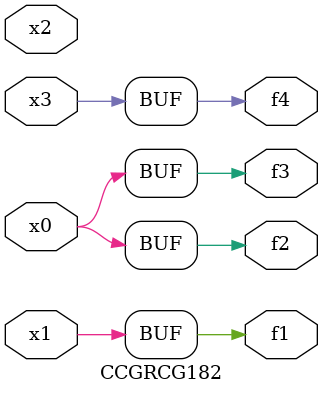
<source format=v>
module CCGRCG182(
	input x0, x1, x2, x3,
	output f1, f2, f3, f4
);
	assign f1 = x1;
	assign f2 = x0;
	assign f3 = x0;
	assign f4 = x3;
endmodule

</source>
